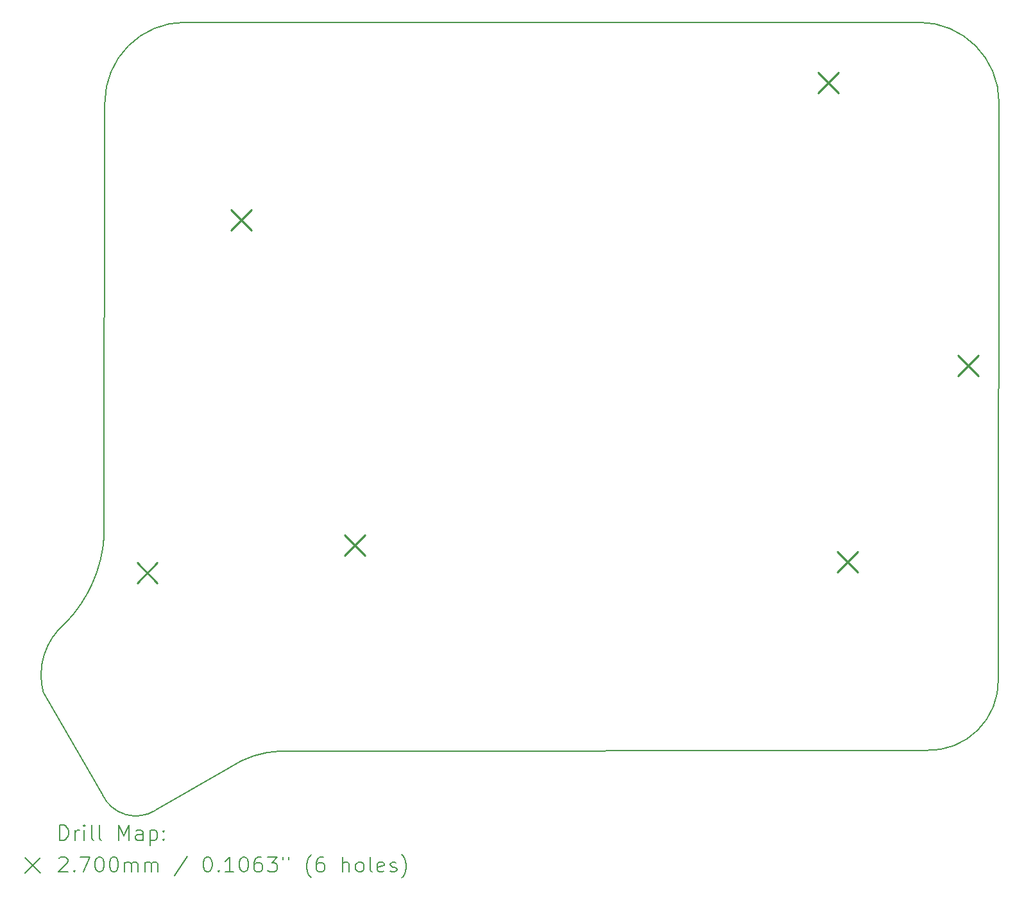
<source format=gbr>
%FSLAX45Y45*%
G04 Gerber Fmt 4.5, Leading zero omitted, Abs format (unit mm)*
G04 Created by KiCad (PCBNEW (6.0.5)) date 2022-06-01 14:16:08*
%MOMM*%
%LPD*%
G01*
G04 APERTURE LIST*
%TA.AperFunction,Profile*%
%ADD10C,0.200000*%
%TD*%
%ADD11C,0.200000*%
%ADD12C,0.270000*%
G04 APERTURE END LIST*
D10*
X14559767Y-10750000D02*
X14569533Y-5029533D01*
X14539769Y-14169999D02*
G75*
G03*
X15236050Y-14372546I439471J212689D01*
G01*
X26359767Y-12640000D02*
X26369066Y-5029533D01*
X14049767Y-11900000D02*
G75*
G03*
X14559767Y-10750000I-1307236J1267817D01*
G01*
X16879767Y-13590000D02*
X25409767Y-13580000D01*
X15629533Y-3969533D02*
X25309066Y-3969533D01*
X15236050Y-14372546D02*
X16224026Y-13801649D01*
X16879767Y-13590001D02*
G75*
G03*
X16224026Y-13801649I55013J-1292099D01*
G01*
X14539767Y-14170000D02*
X13759300Y-12819533D01*
X26369067Y-5029533D02*
G75*
G03*
X25309066Y-3969533I-1060007J-7D01*
G01*
X15629533Y-3969533D02*
G75*
G03*
X14569533Y-5029533I0J-1060000D01*
G01*
X25409767Y-13580000D02*
G75*
G03*
X26359767Y-12640000I30217J919515D01*
G01*
X14049767Y-11900001D02*
G75*
G03*
X13759300Y-12819533I566393J-684559D01*
G01*
D11*
D12*
X14994300Y-11104533D02*
X15264300Y-11374533D01*
X15264300Y-11104533D02*
X14994300Y-11374533D01*
X16234300Y-6444533D02*
X16504300Y-6714533D01*
X16504300Y-6444533D02*
X16234300Y-6714533D01*
X17734767Y-10735000D02*
X18004767Y-11005000D01*
X18004767Y-10735000D02*
X17734767Y-11005000D01*
X23984300Y-4634533D02*
X24254300Y-4904533D01*
X24254300Y-4634533D02*
X23984300Y-4904533D01*
X24234767Y-10955000D02*
X24504767Y-11225000D01*
X24504767Y-10955000D02*
X24234767Y-11225000D01*
X25824300Y-8364533D02*
X26094300Y-8634533D01*
X26094300Y-8364533D02*
X25824300Y-8634533D01*
D11*
X13975285Y-14766019D02*
X13975285Y-14566019D01*
X14022904Y-14566019D01*
X14051475Y-14575543D01*
X14070523Y-14594591D01*
X14080047Y-14613638D01*
X14089571Y-14651734D01*
X14089571Y-14680305D01*
X14080047Y-14718400D01*
X14070523Y-14737448D01*
X14051475Y-14756496D01*
X14022904Y-14766019D01*
X13975285Y-14766019D01*
X14175285Y-14766019D02*
X14175285Y-14632686D01*
X14175285Y-14670781D02*
X14184809Y-14651734D01*
X14194333Y-14642210D01*
X14213380Y-14632686D01*
X14232428Y-14632686D01*
X14299094Y-14766019D02*
X14299094Y-14632686D01*
X14299094Y-14566019D02*
X14289571Y-14575543D01*
X14299094Y-14585067D01*
X14308618Y-14575543D01*
X14299094Y-14566019D01*
X14299094Y-14585067D01*
X14422904Y-14766019D02*
X14403856Y-14756496D01*
X14394333Y-14737448D01*
X14394333Y-14566019D01*
X14527666Y-14766019D02*
X14508618Y-14756496D01*
X14499094Y-14737448D01*
X14499094Y-14566019D01*
X14756237Y-14766019D02*
X14756237Y-14566019D01*
X14822904Y-14708877D01*
X14889571Y-14566019D01*
X14889571Y-14766019D01*
X15070523Y-14766019D02*
X15070523Y-14661257D01*
X15060999Y-14642210D01*
X15041952Y-14632686D01*
X15003856Y-14632686D01*
X14984809Y-14642210D01*
X15070523Y-14756496D02*
X15051475Y-14766019D01*
X15003856Y-14766019D01*
X14984809Y-14756496D01*
X14975285Y-14737448D01*
X14975285Y-14718400D01*
X14984809Y-14699353D01*
X15003856Y-14689829D01*
X15051475Y-14689829D01*
X15070523Y-14680305D01*
X15165761Y-14632686D02*
X15165761Y-14832686D01*
X15165761Y-14642210D02*
X15184809Y-14632686D01*
X15222904Y-14632686D01*
X15241952Y-14642210D01*
X15251475Y-14651734D01*
X15260999Y-14670781D01*
X15260999Y-14727924D01*
X15251475Y-14746972D01*
X15241952Y-14756496D01*
X15222904Y-14766019D01*
X15184809Y-14766019D01*
X15165761Y-14756496D01*
X15346714Y-14746972D02*
X15356237Y-14756496D01*
X15346714Y-14766019D01*
X15337190Y-14756496D01*
X15346714Y-14746972D01*
X15346714Y-14766019D01*
X15346714Y-14642210D02*
X15356237Y-14651734D01*
X15346714Y-14661257D01*
X15337190Y-14651734D01*
X15346714Y-14642210D01*
X15346714Y-14661257D01*
X13517666Y-14995543D02*
X13717666Y-15195543D01*
X13717666Y-14995543D02*
X13517666Y-15195543D01*
X13965761Y-15005067D02*
X13975285Y-14995543D01*
X13994333Y-14986019D01*
X14041952Y-14986019D01*
X14060999Y-14995543D01*
X14070523Y-15005067D01*
X14080047Y-15024115D01*
X14080047Y-15043162D01*
X14070523Y-15071734D01*
X13956237Y-15186019D01*
X14080047Y-15186019D01*
X14165761Y-15166972D02*
X14175285Y-15176496D01*
X14165761Y-15186019D01*
X14156237Y-15176496D01*
X14165761Y-15166972D01*
X14165761Y-15186019D01*
X14241952Y-14986019D02*
X14375285Y-14986019D01*
X14289571Y-15186019D01*
X14489571Y-14986019D02*
X14508618Y-14986019D01*
X14527666Y-14995543D01*
X14537190Y-15005067D01*
X14546714Y-15024115D01*
X14556237Y-15062210D01*
X14556237Y-15109829D01*
X14546714Y-15147924D01*
X14537190Y-15166972D01*
X14527666Y-15176496D01*
X14508618Y-15186019D01*
X14489571Y-15186019D01*
X14470523Y-15176496D01*
X14460999Y-15166972D01*
X14451475Y-15147924D01*
X14441952Y-15109829D01*
X14441952Y-15062210D01*
X14451475Y-15024115D01*
X14460999Y-15005067D01*
X14470523Y-14995543D01*
X14489571Y-14986019D01*
X14680047Y-14986019D02*
X14699094Y-14986019D01*
X14718142Y-14995543D01*
X14727666Y-15005067D01*
X14737190Y-15024115D01*
X14746714Y-15062210D01*
X14746714Y-15109829D01*
X14737190Y-15147924D01*
X14727666Y-15166972D01*
X14718142Y-15176496D01*
X14699094Y-15186019D01*
X14680047Y-15186019D01*
X14660999Y-15176496D01*
X14651475Y-15166972D01*
X14641952Y-15147924D01*
X14632428Y-15109829D01*
X14632428Y-15062210D01*
X14641952Y-15024115D01*
X14651475Y-15005067D01*
X14660999Y-14995543D01*
X14680047Y-14986019D01*
X14832428Y-15186019D02*
X14832428Y-15052686D01*
X14832428Y-15071734D02*
X14841952Y-15062210D01*
X14860999Y-15052686D01*
X14889571Y-15052686D01*
X14908618Y-15062210D01*
X14918142Y-15081257D01*
X14918142Y-15186019D01*
X14918142Y-15081257D02*
X14927666Y-15062210D01*
X14946714Y-15052686D01*
X14975285Y-15052686D01*
X14994333Y-15062210D01*
X15003856Y-15081257D01*
X15003856Y-15186019D01*
X15099094Y-15186019D02*
X15099094Y-15052686D01*
X15099094Y-15071734D02*
X15108618Y-15062210D01*
X15127666Y-15052686D01*
X15156237Y-15052686D01*
X15175285Y-15062210D01*
X15184809Y-15081257D01*
X15184809Y-15186019D01*
X15184809Y-15081257D02*
X15194333Y-15062210D01*
X15213380Y-15052686D01*
X15241952Y-15052686D01*
X15260999Y-15062210D01*
X15270523Y-15081257D01*
X15270523Y-15186019D01*
X15660999Y-14976496D02*
X15489571Y-15233638D01*
X15918142Y-14986019D02*
X15937190Y-14986019D01*
X15956237Y-14995543D01*
X15965761Y-15005067D01*
X15975285Y-15024115D01*
X15984809Y-15062210D01*
X15984809Y-15109829D01*
X15975285Y-15147924D01*
X15965761Y-15166972D01*
X15956237Y-15176496D01*
X15937190Y-15186019D01*
X15918142Y-15186019D01*
X15899094Y-15176496D01*
X15889571Y-15166972D01*
X15880047Y-15147924D01*
X15870523Y-15109829D01*
X15870523Y-15062210D01*
X15880047Y-15024115D01*
X15889571Y-15005067D01*
X15899094Y-14995543D01*
X15918142Y-14986019D01*
X16070523Y-15166972D02*
X16080047Y-15176496D01*
X16070523Y-15186019D01*
X16060999Y-15176496D01*
X16070523Y-15166972D01*
X16070523Y-15186019D01*
X16270523Y-15186019D02*
X16156237Y-15186019D01*
X16213380Y-15186019D02*
X16213380Y-14986019D01*
X16194333Y-15014591D01*
X16175285Y-15033638D01*
X16156237Y-15043162D01*
X16394333Y-14986019D02*
X16413380Y-14986019D01*
X16432428Y-14995543D01*
X16441952Y-15005067D01*
X16451475Y-15024115D01*
X16460999Y-15062210D01*
X16460999Y-15109829D01*
X16451475Y-15147924D01*
X16441952Y-15166972D01*
X16432428Y-15176496D01*
X16413380Y-15186019D01*
X16394333Y-15186019D01*
X16375285Y-15176496D01*
X16365761Y-15166972D01*
X16356237Y-15147924D01*
X16346714Y-15109829D01*
X16346714Y-15062210D01*
X16356237Y-15024115D01*
X16365761Y-15005067D01*
X16375285Y-14995543D01*
X16394333Y-14986019D01*
X16632428Y-14986019D02*
X16594333Y-14986019D01*
X16575285Y-14995543D01*
X16565761Y-15005067D01*
X16546714Y-15033638D01*
X16537190Y-15071734D01*
X16537190Y-15147924D01*
X16546714Y-15166972D01*
X16556237Y-15176496D01*
X16575285Y-15186019D01*
X16613380Y-15186019D01*
X16632428Y-15176496D01*
X16641952Y-15166972D01*
X16651475Y-15147924D01*
X16651475Y-15100305D01*
X16641952Y-15081257D01*
X16632428Y-15071734D01*
X16613380Y-15062210D01*
X16575285Y-15062210D01*
X16556237Y-15071734D01*
X16546714Y-15081257D01*
X16537190Y-15100305D01*
X16718142Y-14986019D02*
X16841952Y-14986019D01*
X16775285Y-15062210D01*
X16803856Y-15062210D01*
X16822904Y-15071734D01*
X16832428Y-15081257D01*
X16841952Y-15100305D01*
X16841952Y-15147924D01*
X16832428Y-15166972D01*
X16822904Y-15176496D01*
X16803856Y-15186019D01*
X16746714Y-15186019D01*
X16727666Y-15176496D01*
X16718142Y-15166972D01*
X16918142Y-14986019D02*
X16918142Y-15024115D01*
X16994333Y-14986019D02*
X16994333Y-15024115D01*
X17289571Y-15262210D02*
X17280047Y-15252686D01*
X17260999Y-15224115D01*
X17251476Y-15205067D01*
X17241952Y-15176496D01*
X17232428Y-15128877D01*
X17232428Y-15090781D01*
X17241952Y-15043162D01*
X17251476Y-15014591D01*
X17260999Y-14995543D01*
X17280047Y-14966972D01*
X17289571Y-14957448D01*
X17451476Y-14986019D02*
X17413380Y-14986019D01*
X17394333Y-14995543D01*
X17384809Y-15005067D01*
X17365761Y-15033638D01*
X17356237Y-15071734D01*
X17356237Y-15147924D01*
X17365761Y-15166972D01*
X17375285Y-15176496D01*
X17394333Y-15186019D01*
X17432428Y-15186019D01*
X17451476Y-15176496D01*
X17460999Y-15166972D01*
X17470523Y-15147924D01*
X17470523Y-15100305D01*
X17460999Y-15081257D01*
X17451476Y-15071734D01*
X17432428Y-15062210D01*
X17394333Y-15062210D01*
X17375285Y-15071734D01*
X17365761Y-15081257D01*
X17356237Y-15100305D01*
X17708618Y-15186019D02*
X17708618Y-14986019D01*
X17794333Y-15186019D02*
X17794333Y-15081257D01*
X17784809Y-15062210D01*
X17765761Y-15052686D01*
X17737190Y-15052686D01*
X17718142Y-15062210D01*
X17708618Y-15071734D01*
X17918142Y-15186019D02*
X17899095Y-15176496D01*
X17889571Y-15166972D01*
X17880047Y-15147924D01*
X17880047Y-15090781D01*
X17889571Y-15071734D01*
X17899095Y-15062210D01*
X17918142Y-15052686D01*
X17946714Y-15052686D01*
X17965761Y-15062210D01*
X17975285Y-15071734D01*
X17984809Y-15090781D01*
X17984809Y-15147924D01*
X17975285Y-15166972D01*
X17965761Y-15176496D01*
X17946714Y-15186019D01*
X17918142Y-15186019D01*
X18099095Y-15186019D02*
X18080047Y-15176496D01*
X18070523Y-15157448D01*
X18070523Y-14986019D01*
X18251476Y-15176496D02*
X18232428Y-15186019D01*
X18194333Y-15186019D01*
X18175285Y-15176496D01*
X18165761Y-15157448D01*
X18165761Y-15081257D01*
X18175285Y-15062210D01*
X18194333Y-15052686D01*
X18232428Y-15052686D01*
X18251476Y-15062210D01*
X18260999Y-15081257D01*
X18260999Y-15100305D01*
X18165761Y-15119353D01*
X18337190Y-15176496D02*
X18356237Y-15186019D01*
X18394333Y-15186019D01*
X18413380Y-15176496D01*
X18422904Y-15157448D01*
X18422904Y-15147924D01*
X18413380Y-15128877D01*
X18394333Y-15119353D01*
X18365761Y-15119353D01*
X18346714Y-15109829D01*
X18337190Y-15090781D01*
X18337190Y-15081257D01*
X18346714Y-15062210D01*
X18365761Y-15052686D01*
X18394333Y-15052686D01*
X18413380Y-15062210D01*
X18489571Y-15262210D02*
X18499095Y-15252686D01*
X18518142Y-15224115D01*
X18527666Y-15205067D01*
X18537190Y-15176496D01*
X18546714Y-15128877D01*
X18546714Y-15090781D01*
X18537190Y-15043162D01*
X18527666Y-15014591D01*
X18518142Y-14995543D01*
X18499095Y-14966972D01*
X18489571Y-14957448D01*
M02*

</source>
